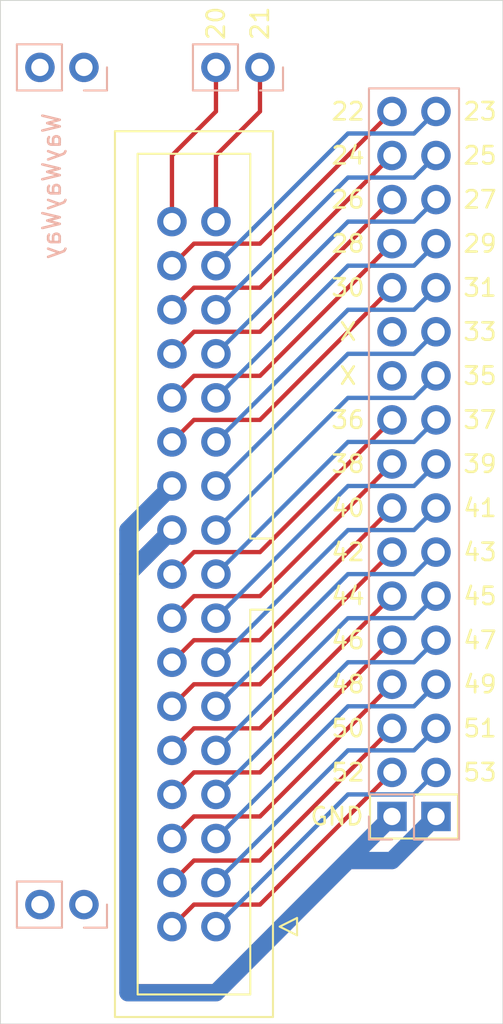
<source format=kicad_pcb>
(kicad_pcb (version 20221018) (generator pcbnew)
  (layers (0 "F.Cu" signal) (31 "B.Cu" signal) (34 "B.Paste" user) (35 "F.Paste" user) (36 "B.SilkS" user "B.Silkscreen") (37 "F.SilkS" user "F.Silkscreen") (38 "B.Mask" user) (39 "F.Mask" user) (44 "Edge.Cuts" user))
  (net 0 "")
  (net 1 "Net-(J1-Pin_1)")
  (net 2 "Net-(J1-Pin_2)")
  (net 3 "Net-(J1-Pin_3)")
  (net 4 "Net-(J1-Pin_4)")
  (net 5 "Net-(J1-Pin_5)")
  (net 6 "Net-(J1-Pin_6)")
  (net 7 "Net-(J1-Pin_7)")
  (net 8 "Net-(J1-Pin_8)")
  (net 9 "Net-(J1-Pin_9)")
  (net 10 "Net-(J1-Pin_10)")
  (net 11 "Net-(J1-Pin_11)")
  (net 12 "Net-(J1-Pin_12)")
  (net 13 "Net-(J1-Pin_13)")
  (net 14 "Net-(J1-Pin_15)")
  (net 15 "Net-(J1-Pin_17)")
  (net 16 "Net-(J1-Pin_18)")
  (net 17 "Net-(J1-Pin_19)")
  (net 18 "Net-(J1-Pin_20)")
  (net 19 "Net-(J1-Pin_21)")
  (net 20 "Net-(J1-Pin_16)")
  (net 21 "Net-(J1-Pin_23)")
  (net 22 "Net-(J1-Pin_24)")
  (net 23 "Net-(J1-Pin_25)")
  (net 24 "Net-(J1-Pin_26)")
  (net 25 "Net-(J1-Pin_27)")
  (net 26 "Net-(J1-Pin_28)")
  (net 27 "Net-(J1-Pin_29)")
  (net 28 "Net-(J1-Pin_30)")
  (net 29 "Net-(J1-Pin_31)")
  (net 30 "Net-(J1-Pin_32)")
  (net 31 "Net-(J1-Pin_33)")
  (net 32 "Net-(J1-Pin_34)")
  (net 39 "Net-(J1-Pin_14)")
  (footprint "MountingHole:MountingHole_3.2mm_M3" (layer "F.Cu") (at 224.79 22.86)
    (fp_text reference "MountingHole1" hide)
    (fp_text value "MountingHole_3.2mm_M3" hide)
    (pad "" np_thru_hole circle (at 0 0) (size 3.2 3.2) (drill 3.2) (layers "F&B.Cu" "*.Mask"))
  )
  (footprint "MountingHole:MountingHole_3.2mm_M3" (layer "F.Cu") (at 231.14 71.12)
    (fp_text reference "MountingHole2" hide)
    (fp_text value "MountingHole_3.2mm_M3" hide)
    (pad "" np_thru_hole circle (at 0 0) (size 3.2 3.2) (drill 3.2) (layers "*.Cu" "*.Mask"))
  )
  (footprint "Connector_IDC:IDC-Header_2x17_P2.54mm_Vertical" (layer "F.Cu") (at 218.44 72.39 180)
    (fp_text reference "J1" hide)
    (fp_text value "Conn_02x17_Odd_Even" hide)
    (fp_line (start -4.68 -0.5) (end -4.68 0.5) (stroke (width 0.12)) (layer "F.SilkS"))
    (fp_line (start -4.68 0.5) (end -3.68 0) (stroke (width 0.12)) (layer "F.SilkS"))
    (fp_line (start -3.68 0) (end -4.68 -0.5) (stroke (width 0.12)) (layer "F.SilkS"))
    (fp_line (start -3.29 -5.21) (end 5.83 -5.21) (stroke (width 0.12)) (layer "F.SilkS"))
    (fp_line (start -3.29 18.27) (end -1.98 18.27) (stroke (width 0.12)) (layer "F.SilkS"))
    (fp_line (start -3.29 45.85) (end -3.29 -5.21) (stroke (width 0.12)) (layer "F.SilkS"))
    (fp_line (start -1.98 -3.91) (end 4.52 -3.91) (stroke (width 0.12)) (layer "F.SilkS"))
    (fp_line (start -1.98 18.27) (end -1.98 -3.91) (stroke (width 0.12)) (layer "F.SilkS"))
    (fp_line (start -1.98 22.37) (end -3.29 22.37) (stroke (width 0.12)) (layer "F.SilkS"))
    (fp_line (start -1.98 22.37) (end -1.98 22.37) (stroke (width 0.12)) (layer "F.SilkS"))
    (fp_line (start -1.98 44.55) (end -1.98 22.37) (stroke (width 0.12)) (layer "F.SilkS"))
    (fp_line (start 4.52 -3.91) (end 4.52 44.55) (stroke (width 0.12)) (layer "F.SilkS"))
    (fp_line (start 4.52 44.55) (end -1.98 44.55) (stroke (width 0.12)) (layer "F.SilkS"))
    (fp_line (start 5.83 -5.21) (end 5.83 45.85) (stroke (width 0.12)) (layer "F.SilkS"))
    (fp_line (start 5.83 45.85) (end -3.29 45.85) (stroke (width 0.12)) (layer "F.SilkS"))
    (pad "1" thru_hole oval (at 0 0 180) (size 1.7 1.7) (drill 1) (layers "*.Cu" "*.Mask") (net 1 "Net-(J1-Pin_1)"))
    (pad "2" thru_hole circle (at 2.54 0 180) (size 1.7 1.7) (drill 1) (layers "*.Cu" "*.Mask") (net 2 "Net-(J1-Pin_2)"))
    (pad "3" thru_hole circle (at 0 2.54 180) (size 1.7 1.7) (drill 1) (layers "*.Cu" "*.Mask") (net 3 "Net-(J1-Pin_3)"))
    (pad "4" thru_hole circle (at 2.54 2.54 180) (size 1.7 1.7) (drill 1) (layers "*.Cu" "*.Mask") (net 4 "Net-(J1-Pin_4)"))
    (pad "5" thru_hole circle (at 0 5.08 180) (size 1.7 1.7) (drill 1) (layers "*.Cu" "*.Mask") (net 5 "Net-(J1-Pin_5)"))
    (pad "6" thru_hole circle (at 2.54 5.08 180) (size 1.7 1.7) (drill 1) (layers "*.Cu" "*.Mask") (net 6 "Net-(J1-Pin_6)"))
    (pad "7" thru_hole circle (at 0 7.62 180) (size 1.7 1.7) (drill 1) (layers "*.Cu" "*.Mask") (net 7 "Net-(J1-Pin_7)"))
    (pad "8" thru_hole circle (at 2.54 7.62 180) (size 1.7 1.7) (drill 1) (layers "*.Cu" "*.Mask") (net 8 "Net-(J1-Pin_8)"))
    (pad "9" thru_hole circle (at 0 10.16 180) (size 1.7 1.7) (drill 1) (layers "*.Cu" "*.Mask") (net 9 "Net-(J1-Pin_9)"))
    (pad "10" thru_hole circle (at 2.54 10.16 180) (size 1.7 1.7) (drill 1) (layers "*.Cu" "*.Mask") (net 10 "Net-(J1-Pin_10)"))
    (pad "11" thru_hole circle (at 0 12.7 180) (size 1.7 1.7) (drill 1) (layers "*.Cu" "*.Mask") (net 11 "Net-(J1-Pin_11)"))
    (pad "12" thru_hole circle (at 2.54 12.7 180) (size 1.7 1.7) (drill 1) (layers "*.Cu" "*.Mask") (net 12 "Net-(J1-Pin_12)"))
    (pad "13" thru_hole circle (at 0 15.24 180) (size 1.7 1.7) (drill 1) (layers "*.Cu" "*.Mask") (net 13 "Net-(J1-Pin_13)"))
    (pad "14" thru_hole circle (at 2.54 15.24 180) (size 1.7 1.7) (drill 1) (layers "*.Cu" "*.Mask") (net 39 "Net-(J1-Pin_14)"))
    (pad "15" thru_hole circle (at 0 17.78 180) (size 1.7 1.7) (drill 1) (layers "*.Cu" "*.Mask") (net 14 "Net-(J1-Pin_15)"))
    (pad "16" thru_hole circle (at 2.54 17.78 180) (size 1.7 1.7) (drill 1) (layers "*.Cu" "*.Mask") (net 20 "Net-(J1-Pin_16)"))
    (pad "17" thru_hole circle (at 0 20.32 180) (size 1.7 1.7) (drill 1) (layers "*.Cu" "*.Mask") (net 15 "Net-(J1-Pin_17)"))
    (pad "18" thru_hole circle (at 2.54 20.32 180) (size 1.7 1.7) (drill 1) (layers "*.Cu" "*.Mask") (net 16 "Net-(J1-Pin_18)"))
    (pad "19" thru_hole circle (at 0 22.86 180) (size 1.7 1.7) (drill 1) (layers "*.Cu" "*.Mask") (net 17 "Net-(J1-Pin_19)"))
    (pad "20" thru_hole circle (at 2.54 22.86 180) (size 1.7 1.7) (drill 1) (layers "*.Cu" "*.Mask") (net 18 "Net-(J1-Pin_20)"))
    (pad "21" thru_hole circle (at 0 25.4 180) (size 1.7 1.7) (drill 1) (layers "*.Cu" "*.Mask") (net 19 "Net-(J1-Pin_21)"))
    (pad "22" thru_hole circle (at 2.54 25.4 180) (size 1.7 1.7) (drill 1) (layers "*.Cu" "*.Mask") (net 18 "Net-(J1-Pin_20)"))
    (pad "23" thru_hole circle (at 0 27.94 180) (size 1.7 1.7) (drill 1) (layers "*.Cu" "*.Mask") (net 21 "Net-(J1-Pin_23)"))
    (pad "24" thru_hole circle (at 2.54 27.94 180) (size 1.7 1.7) (drill 1) (layers "*.Cu" "*.Mask") (net 22 "Net-(J1-Pin_24)"))
    (pad "25" thru_hole circle (at 0 30.48 180) (size 1.7 1.7) (drill 1) (layers "*.Cu" "*.Mask") (net 23 "Net-(J1-Pin_25)"))
    (pad "26" thru_hole circle (at 2.54 30.48 180) (size 1.7 1.7) (drill 1) (layers "*.Cu" "*.Mask") (net 24 "Net-(J1-Pin_26)"))
    (pad "27" thru_hole circle (at 0 33.02 180) (size 1.7 1.7) (drill 1) (layers "*.Cu" "*.Mask") (net 25 "Net-(J1-Pin_27)"))
    (pad "28" thru_hole circle (at 2.54 33.02 180) (size 1.7 1.7) (drill 1) (layers "*.Cu" "*.Mask") (net 26 "Net-(J1-Pin_28)"))
    (pad "29" thru_hole circle (at 0 35.56 180) (size 1.7 1.7) (drill 1) (layers "*.Cu" "*.Mask") (net 27 "Net-(J1-Pin_29)"))
    (pad "30" thru_hole circle (at 2.54 35.56 180) (size 1.7 1.7) (drill 1) (layers "*.Cu" "*.Mask") (net 28 "Net-(J1-Pin_30)"))
    (pad "31" thru_hole circle (at 0 38.1 180) (size 1.7 1.7) (drill 1) (layers "*.Cu" "*.Mask") (net 29 "Net-(J1-Pin_31)"))
    (pad "32" thru_hole circle (at 2.54 38.1 180) (size 1.7 1.7) (drill 1) (layers "*.Cu" "*.Mask") (net 30 "Net-(J1-Pin_32)"))
    (pad "33" thru_hole circle (at 0 40.64 180) (size 1.7 1.7) (drill 1) (layers "*.Cu" "*.Mask") (net 31 "Net-(J1-Pin_33)"))
    (pad "34" thru_hole circle (at 2.54 40.64 180) (size 1.7 1.7) (drill 1) (layers "*.Cu" "*.Mask") (net 32 "Net-(J1-Pin_34)"))
  )
  (footprint "Connector_PinHeader_2.54mm:PinHeader_1x02_P2.54mm_Vertical" (layer "B.Cu") (at 210.82 22.86 90)
    (fp_text reference "J4" hide)
    (fp_text value "Conn_01x02_Pin" hide)
    (fp_line (start -1.33 -3.87) (end 1.33 -3.87) (stroke (width 0.12)) (layer "B.SilkS"))
    (fp_line (start -1.33 -1.27) (end -1.33 -3.87) (stroke (width 0.12)) (layer "B.SilkS"))
    (fp_line (start -1.33 -1.27) (end 1.33 -1.27) (stroke (width 0.12)) (layer "B.SilkS"))
    (fp_line (start -1.33 0) (end -1.33 1.33) (stroke (width 0.12)) (layer "B.SilkS"))
    (fp_line (start -1.33 1.33) (end 0 1.33) (stroke (width 0.12)) (layer "B.SilkS"))
    (fp_line (start 1.33 -1.27) (end 1.33 -3.87) (stroke (width 0.12)) (layer "B.SilkS"))
    (pad "1" thru_hole circle (at 0 0 90) (size 1.7 1.7) (drill 1) (layers "*.Cu" "*.Mask"))
    (pad "2" thru_hole oval (at 0 -2.54 90) (size 1.7 1.7) (drill 1) (layers "*.Cu" "*.Mask"))
  )
  (footprint "Connector_PinHeader_2.54mm:PinHeader_1x02_P2.54mm_Vertical" (layer "B.Cu") (at 210.82 71.12 90)
    (fp_text reference "J5" hide)
    (fp_text value "Conn_01x02_Pin" hide)
    (fp_line (start -1.33 -3.87) (end 1.33 -3.87) (stroke (width 0.12)) (layer "B.SilkS"))
    (fp_line (start -1.33 -1.27) (end -1.33 -3.87) (stroke (width 0.12)) (layer "B.SilkS"))
    (fp_line (start -1.33 -1.27) (end 1.33 -1.27) (stroke (width 0.12)) (layer "B.SilkS"))
    (fp_line (start -1.33 0) (end -1.33 1.33) (stroke (width 0.12)) (layer "B.SilkS"))
    (fp_line (start -1.33 1.33) (end 0 1.33) (stroke (width 0.12)) (layer "B.SilkS"))
    (fp_line (start 1.33 -1.27) (end 1.33 -3.87) (stroke (width 0.12)) (layer "B.SilkS"))
    (pad "1" thru_hole circle (at 0 0 90) (size 1.7 1.7) (drill 1) (layers "*.Cu" "*.Mask"))
    (pad "2" thru_hole oval (at 0 -2.54 90) (size 1.7 1.7) (drill 1) (layers "*.Cu" "*.Mask"))
  )
  (footprint "Connector_PinHeader_2.54mm:PinHeader_1x02_P2.54mm_Vertical" (layer "B.Cu") (at 220.98 22.86 90)
    (fp_text reference "J3" hide)
    (fp_text value "Conn_01x02_Pin" hide)
    (fp_line (start -1.33 -3.87) (end 1.33 -3.87) (stroke (width 0.12)) (layer "B.SilkS"))
    (fp_line (start -1.33 -1.27) (end -1.33 -3.87) (stroke (width 0.12)) (layer "B.SilkS"))
    (fp_line (start -1.33 -1.27) (end 1.33 -1.27) (stroke (width 0.12)) (layer "B.SilkS"))
    (fp_line (start -1.33 0) (end -1.33 1.33) (stroke (width 0.12)) (layer "B.SilkS"))
    (fp_line (start -1.33 1.33) (end 0 1.33) (stroke (width 0.12)) (layer "B.SilkS"))
    (fp_line (start 1.33 -1.27) (end 1.33 -3.87) (stroke (width 0.12)) (layer "B.SilkS"))
    (pad "1" thru_hole circle (at 0 0 90) (size 1.7 1.7) (drill 1) (layers "*.Cu" "*.Mask") (net 31 "Net-(J1-Pin_33)"))
    (pad "2" thru_hole oval (at 0 -2.54 90) (size 1.7 1.7) (drill 1) (layers "*.Cu" "*.Mask") (net 32 "Net-(J1-Pin_34)"))
  )
  (footprint "Connector_PinHeader_2.54mm:PinHeader_2x17_P2.54mm_Vertical" (layer "B.Cu") (at 228.6 66.04)
    (fp_text reference "J2" hide)
    (fp_text value "Conn_02x17_Odd_Even" hide)
    (fp_line (start -1.33 -41.97) (end 3.87 -41.97) (stroke (width 0.12)) (layer "B.SilkS"))
    (fp_line (start -1.33 -1.27) (end -1.33 -41.97) (stroke (width 0.12)) (layer "B.SilkS"))
    (fp_line (start -1.33 -1.27) (end 1.27 -1.27) (stroke (width 0.12)) (layer "B.SilkS"))
    (fp_line (start -1.33 0) (end -1.33 1.33) (stroke (width 0.12)) (layer "B.SilkS"))
    (fp_line (start -1.33 1.33) (end 0 1.33) (stroke (width 0.12)) (layer "B.SilkS"))
    (fp_line (start 1.27 -1.27) (end 1.27 1.33) (stroke (width 0.12)) (layer "B.SilkS"))
    (fp_line (start 1.27 1.33) (end 3.87 1.33) (stroke (width 0.12)) (layer "B.SilkS"))
    (fp_line (start 3.87 1.33) (end 3.87 -41.97) (stroke (width 0.12)) (layer "B.SilkS"))
    (pad "1" thru_hole rect (at 2.54 0) (size 1.7 1.7) (drill 1) (layers "*.Cu" "*.Mask") (net 18 "Net-(J1-Pin_20)"))
    (pad "2" thru_hole rect (at 0 0) (size 1.7 1.7) (drill 1) (layers "*.Cu" "*.Mask") (net 18 "Net-(J1-Pin_20)"))
    (pad "3" thru_hole oval (at 2.54 -2.54) (size 1.7 1.7) (drill 1) (layers "*.Cu" "*.Mask") (net 1 "Net-(J1-Pin_1)"))
    (pad "4" thru_hole oval (at 0 -2.54) (size 1.7 1.7) (drill 1) (layers "*.Cu" "*.Mask") (net 2 "Net-(J1-Pin_2)"))
    (pad "5" thru_hole oval (at 2.54 -5.08) (size 1.7 1.7) (drill 1) (layers "*.Cu" "*.Mask") (net 3 "Net-(J1-Pin_3)"))
    (pad "6" thru_hole oval (at 0 -5.08) (size 1.7 1.7) (drill 1) (layers "*.Cu" "*.Mask") (net 4 "Net-(J1-Pin_4)"))
    (pad "7" thru_hole oval (at 2.54 -7.62) (size 1.7 1.7) (drill 1) (layers "*.Cu" "*.Mask") (net 5 "Net-(J1-Pin_5)"))
    (pad "8" thru_hole oval (at 0 -7.62) (size 1.7 1.7) (drill 1) (layers "*.Cu" "*.Mask") (net 6 "Net-(J1-Pin_6)"))
    (pad "9" thru_hole oval (at 2.54 -10.16) (size 1.7 1.7) (drill 1) (layers "*.Cu" "*.Mask") (net 7 "Net-(J1-Pin_7)"))
    (pad "10" thru_hole oval (at 0 -10.16) (size 1.7 1.7) (drill 1) (layers "*.Cu" "*.Mask") (net 8 "Net-(J1-Pin_8)"))
    (pad "11" thru_hole oval (at 2.54 -12.7) (size 1.7 1.7) (drill 1) (layers "*.Cu" "*.Mask") (net 9 "Net-(J1-Pin_9)"))
    (pad "12" thru_hole oval (at 0 -12.7) (size 1.7 1.7) (drill 1) (layers "*.Cu" "*.Mask") (net 10 "Net-(J1-Pin_10)"))
    (pad "13" thru_hole oval (at 2.54 -15.24) (size 1.7 1.7) (drill 1) (layers "*.Cu" "*.Mask") (net 11 "Net-(J1-Pin_11)"))
    (pad "14" thru_hole oval (at 0 -15.24) (size 1.7 1.7) (drill 1) (layers "*.Cu" "*.Mask") (net 12 "Net-(J1-Pin_12)"))
    (pad "15" thru_hole oval (at 2.54 -17.78) (size 1.7 1.7) (drill 1) (layers "*.Cu" "*.Mask") (net 13 "Net-(J1-Pin_13)"))
    (pad "16" thru_hole oval (at 0 -17.78) (size 1.7 1.7) (drill 1) (layers "*.Cu" "*.Mask") (net 39 "Net-(J1-Pin_14)"))
    (pad "17" thru_hole oval (at 2.54 -20.32) (size 1.7 1.7) (drill 1) (layers "*.Cu" "*.Mask") (net 14 "Net-(J1-Pin_15)"))
    (pad "18" thru_hole oval (at 0 -20.32) (size 1.7 1.7) (drill 1) (layers "*.Cu" "*.Mask") (net 20 "Net-(J1-Pin_16)"))
    (pad "19" thru_hole oval (at 2.54 -22.86) (size 1.7 1.7) (drill 1) (layers "*.Cu" "*.Mask") (net 15 "Net-(J1-Pin_17)"))
    (pad "20" thru_hole oval (at 0 -22.86) (size 1.7 1.7) (drill 1) (layers "*.Cu" "*.Mask") (net 16 "Net-(J1-Pin_18)"))
    (pad "21" thru_hole oval (at 2.54 -25.4) (size 1.7 1.7) (drill 1) (layers "*.Cu" "*.Mask") (net 17 "Net-(J1-Pin_19)"))
    (pad "22" thru_hole oval (at 0 -25.4) (size 1.7 1.7) (drill 1) (layers "*.Cu" "*.Mask"))
    (pad "23" thru_hole oval (at 2.54 -27.94) (size 1.7 1.7) (drill 1) (layers "*.Cu" "*.Mask") (net 19 "Net-(J1-Pin_21)"))
    (pad "24" thru_hole oval (at 0 -27.94) (size 1.7 1.7) (drill 1) (layers "*.Cu" "*.Mask"))
    (pad "25" thru_hole oval (at 2.54 -30.48) (size 1.7 1.7) (drill 1) (layers "*.Cu" "*.Mask") (net 21 "Net-(J1-Pin_23)"))
    (pad "26" thru_hole oval (at 0 -30.48) (size 1.7 1.7) (drill 1) (layers "*.Cu" "*.Mask") (net 22 "Net-(J1-Pin_24)"))
    (pad "27" thru_hole oval (at 2.54 -33.02) (size 1.7 1.7) (drill 1) (layers "*.Cu" "*.Mask") (net 23 "Net-(J1-Pin_25)"))
    (pad "28" thru_hole oval (at 0 -33.02) (size 1.7 1.7) (drill 1) (layers "*.Cu" "*.Mask") (net 24 "Net-(J1-Pin_26)"))
    (pad "29" thru_hole oval (at 2.54 -35.56) (size 1.7 1.7) (drill 1) (layers "*.Cu" "*.Mask") (net 25 "Net-(J1-Pin_27)"))
    (pad "30" thru_hole oval (at 0 -35.56) (size 1.7 1.7) (drill 1) (layers "*.Cu" "*.Mask") (net 26 "Net-(J1-Pin_28)"))
    (pad "31" thru_hole oval (at 2.54 -38.1) (size 1.7 1.7) (drill 1) (layers "*.Cu" "*.Mask") (net 27 "Net-(J1-Pin_29)"))
    (pad "32" thru_hole oval (at 0 -38.1) (size 1.7 1.7) (drill 1) (layers "*.Cu" "*.Mask") (net 28 "Net-(J1-Pin_30)"))
    (pad "33" thru_hole oval (at 2.54 -40.64) (size 1.7 1.7) (drill 1) (layers "*.Cu" "*.Mask") (net 29 "Net-(J1-Pin_31)"))
    (pad "34" thru_hole oval (at 0 -40.64) (size 1.7 1.7) (drill 1) (layers "*.Cu" "*.Mask") (net 30 "Net-(J1-Pin_32)"))
  )
  (gr_rect (start 227.33 64.77) (end 232.41 67.31) (stroke (width 0.12)) (fill none) (layer "F.SilkS"))
  (gr_rect (start 206 19) (end 235 78) (stroke (width 0.05)) (fill none) (layer "Edge.Cuts"))
  (gr_text "WayWayWay" (at 209.55 25.4 90) (layer "B.SilkS") (effects (font (size 1 1)) (justify left bottom mirror)))
  (gr_text "31" (at 233.68 35.56) (layer "F.SilkS") (effects (font (size 1 1))))
  (gr_text "38" (at 226.06 45.72) (layer "F.SilkS") (effects (font (size 1 1))))
  (gr_text "48" (at 226.06 58.42) (layer "F.SilkS") (effects (font (size 1 1))))
  (gr_text "45" (at 233.68 53.34) (layer "F.SilkS") (effects (font (size 1 1))))
  (gr_text "50" (at 226.06 60.96) (layer "F.SilkS") (effects (font (size 1 1))))
  (gr_text "42" (at 226.06 50.8) (layer "F.SilkS") (effects (font (size 1 1))))
  (gr_text "49" (at 233.68 58.42) (layer "F.SilkS") (effects (font (size 1 1))))
  (gr_text "36" (at 226.06 43.18) (layer "F.SilkS") (effects (font (size 1 1))))
  (gr_text "24" (at 226.06 27.94) (layer "F.SilkS") (effects (font (size 1 1))))
  (gr_text "X" (at 226.06 38.1) (layer "F.SilkS") (effects (font (size 1 1))))
  (gr_text "20" (at 218.44 20.32 90) (layer "F.SilkS") (effects (font (size 1 1))))
  (gr_text "51" (at 233.68 60.96) (layer "F.SilkS") (effects (font (size 1 1))))
  (gr_text "29" (at 233.68 33.02) (layer "F.SilkS") (effects (font (size 1 1))))
  (gr_text "52" (at 226.06 63.5) (layer "F.SilkS") (effects (font (size 1 1))))
  (gr_text "23" (at 233.68 25.4) (layer "F.SilkS") (effects (font (size 1 1))))
  (gr_text "X" (at 226.06 40.64) (layer "F.SilkS") (effects (font (size 1 1))))
  (gr_text "33" (at 233.68 38.1) (layer "F.SilkS") (effects (font (size 1 1))))
  (gr_text "39" (at 233.68 45.72) (layer "F.SilkS") (effects (font (size 1 1))))
  (gr_text "37" (at 233.68 43.18) (layer "F.SilkS") (effects (font (size 1 1))))
  (gr_text "30" (at 226.06 35.56) (layer "F.SilkS") (effects (font (size 1 1))))
  (gr_text "53" (at 233.68 63.5) (layer "F.SilkS") (effects (font (size 1 1))))
  (gr_text "25" (at 233.68 27.94) (layer "F.SilkS") (effects (font (size 1 1))))
  (gr_text "GND" (at 225.425 66.04) (layer "F.SilkS") (effects (font (size 1 1))))
  (gr_text "43" (at 233.68 50.8) (layer "F.SilkS") (effects (font (size 1 1))))
  (gr_text "41" (at 233.68 48.26) (layer "F.SilkS") (effects (font (size 1 1))))
  (gr_text "26" (at 226.06 30.48) (layer "F.SilkS") (effects (font (size 1 1))))
  (gr_text "27" (at 233.68 30.48) (layer "F.SilkS") (effects (font (size 1 1))))
  (gr_text "35" (at 233.68 40.64) (layer "F.SilkS") (effects (font (size 1 1))))
  (gr_text "28" (at 226.06 33.02) (layer "F.SilkS") (effects (font (size 1 1))))
  (gr_text "22" (at 226.06 25.4) (layer "F.SilkS") (effects (font (size 1 1))))
  (gr_text "47" (at 233.68 55.88) (layer "F.SilkS") (effects (font (size 1 1))))
  (gr_text "44" (at 226.06 53.34) (layer "F.SilkS") (effects (font (size 1 1))))
  (gr_text "46" (at 226.06 55.88) (layer "F.SilkS") (effects (font (size 1 1))))
  (gr_text "40" (at 226.06 48.26) (layer "F.SilkS") (effects (font (size 1 1))))
  (gr_text "21" (at 220.98 20.32 90) (layer "F.SilkS") (effects (font (size 1 1))))
  (segment (start 231.14 63.5) (end 229.87 64.77) (width 0.25) (layer "B.Cu") (net 1))
  (segment (start 226.06 64.77) (end 218.44 72.39) (width 0.25) (layer "B.Cu") (net 1))
  (segment (start 229.87 64.77) (end 226.06 64.77) (width 0.25) (layer "B.Cu") (net 1))
  (segment (start 215.9 72.39) (end 217.17 71.12) (width 0.25) (layer "F.Cu") (net 2))
  (segment (start 220.98 71.12) (end 228.6 63.5) (width 0.25) (layer "F.Cu") (net 2))
  (segment (start 217.17 71.12) (end 220.98 71.12) (width 0.25) (layer "F.Cu") (net 2))
  (segment (start 231.14 60.96) (end 229.87 62.23) (width 0.25) (layer "B.Cu") (net 3))
  (segment (start 226.06 62.23) (end 218.44 69.85) (width 0.25) (layer "B.Cu") (net 3))
  (segment (start 229.87 62.23) (end 226.06 62.23) (width 0.25) (layer "B.Cu") (net 3))
  (segment (start 220.98 68.58) (end 228.6 60.96) (width 0.25) (layer "F.Cu") (net 4))
  (segment (start 217.17 68.58) (end 220.98 68.58) (width 0.25) (layer "F.Cu") (net 4))
  (segment (start 215.9 69.85) (end 217.17 68.58) (width 0.25) (layer "F.Cu") (net 4))
  (segment (start 226.06 59.69) (end 218.44 67.31) (width 0.25) (layer "B.Cu") (net 5))
  (segment (start 229.87 59.69) (end 226.06 59.69) (width 0.25) (layer "B.Cu") (net 5))
  (segment (start 231.14 58.42) (end 229.87 59.69) (width 0.25) (layer "B.Cu") (net 5))
  (segment (start 217.17 66.04) (end 220.98 66.04) (width 0.25) (layer "F.Cu") (net 6))
  (segment (start 215.9 67.31) (end 217.17 66.04) (width 0.25) (layer "F.Cu") (net 6))
  (segment (start 220.98 66.04) (end 228.6 58.42) (width 0.25) (layer "F.Cu") (net 6))
  (segment (start 226.06 57.15) (end 218.44 64.77) (width 0.25) (layer "B.Cu") (net 7))
  (segment (start 231.14 55.88) (end 229.87 57.15) (width 0.25) (layer "B.Cu") (net 7))
  (segment (start 229.87 57.15) (end 226.06 57.15) (width 0.25) (layer "B.Cu") (net 7))
  (segment (start 217.17 63.5) (end 220.98 63.5) (width 0.25) (layer "F.Cu") (net 8))
  (segment (start 220.98 63.5) (end 228.6 55.88) (width 0.25) (layer "F.Cu") (net 8))
  (segment (start 215.9 64.77) (end 217.17 63.5) (width 0.25) (layer "F.Cu") (net 8))
  (segment (start 231.14 53.34) (end 229.87 54.61) (width 0.25) (layer "B.Cu") (net 9))
  (segment (start 229.87 54.61) (end 226.06 54.61) (width 0.25) (layer "B.Cu") (net 9))
  (segment (start 226.06 54.61) (end 218.44 62.23) (width 0.25) (layer "B.Cu") (net 9))
  (segment (start 217.17 60.96) (end 220.98 60.96) (width 0.25) (layer "F.Cu") (net 10))
  (segment (start 220.98 60.96) (end 228.6 53.34) (width 0.25) (layer "F.Cu") (net 10))
  (segment (start 215.9 62.23) (end 217.17 60.96) (width 0.25) (layer "F.Cu") (net 10))
  (segment (start 231.14 50.8) (end 229.87 52.07) (width 0.25) (layer "B.Cu") (net 11))
  (segment (start 229.87 52.07) (end 226.06 52.07) (width 0.25) (layer "B.Cu") (net 11))
  (segment (start 226.06 52.07) (end 218.44 59.69) (width 0.25) (layer "B.Cu") (net 11))
  (segment (start 215.9 59.69) (end 217.17 58.42) (width 0.25) (layer "F.Cu") (net 12))
  (segment (start 217.17 58.42) (end 220.98 58.42) (width 0.25) (layer "F.Cu") (net 12))
  (segment (start 220.98 58.42) (end 228.6 50.8) (width 0.25) (layer "F.Cu") (net 12))
  (segment (start 226.06 49.53) (end 218.44 57.15) (width 0.25) (layer "B.Cu") (net 13))
  (segment (start 231.14 48.26) (end 229.87 49.53) (width 0.25) (layer "B.Cu") (net 13))
  (segment (start 229.87 49.53) (end 226.06 49.53) (width 0.25) (layer "B.Cu") (net 13))
  (segment (start 229.87 46.99) (end 226.06 46.99) (width 0.25) (layer "B.Cu") (net 14))
  (segment (start 231.14 45.72) (end 229.87 46.99) (width 0.25) (layer "B.Cu") (net 14))
  (segment (start 226.06 46.99) (end 218.44 54.61) (width 0.25) (layer "B.Cu") (net 14))
  (segment (start 231.14 43.18) (end 229.87 44.45) (width 0.25) (layer "B.Cu") (net 15))
  (segment (start 229.87 44.45) (end 226.06 44.45) (width 0.25) (layer "B.Cu") (net 15))
  (segment (start 226.06 44.45) (end 218.44 52.07) (width 0.25) (layer "B.Cu") (net 15))
  (segment (start 220.98 50.8) (end 228.6 43.18) (width 0.25) (layer "F.Cu") (net 16))
  (segment (start 215.9 52.07) (end 217.17 50.8) (width 0.25) (layer "F.Cu") (net 16))
  (segment (start 217.17 50.8) (end 220.98 50.8) (width 0.25) (layer "F.Cu") (net 16))
  (segment (start 231.14 40.64) (end 229.87 41.91) (width 0.25) (layer "B.Cu") (net 17))
  (segment (start 226.06 41.91) (end 218.44 49.53) (width 0.25) (layer "B.Cu") (net 17))
  (segment (start 229.87 41.91) (end 226.06 41.91) (width 0.25) (layer "B.Cu") (net 17))
  (segment (start 226.06 68.58) (end 218.44 76.2) (width 1) (layer "F.Cu") (net 18))
  (segment (start 213.36 52.07) (end 213.36 49.53) (width 1) (layer "F.Cu") (net 18))
  (segment (start 218.44 76.2) (end 213.36 76.2) (width 1) (layer "F.Cu") (net 18))
  (segment (start 213.36 49.53) (end 215.9 46.99) (width 1) (layer "F.Cu") (net 18))
  (segment (start 213.36 52.07) (end 215.9 49.53) (width 1) (layer "F.Cu") (net 18))
  (segment (start 226.06 68.58) (end 228.6 68.58) (width 1) (layer "F.Cu") (net 18))
  (segment (start 213.36 76.2) (end 213.36 52.07) (width 1) (layer "F.Cu") (net 18))
  (segment (start 228.6 66.04) (end 226.06 68.58) (width 1) (layer "F.Cu") (net 18))
  (segment (start 228.6 68.58) (end 231.14 66.04) (width 1) (layer "F.Cu") (net 18))
  (segment (start 228.6 68.58) (end 226.06 68.58) (width 1) (layer "B.Cu") (net 18))
  (segment (start 213.36 52.07) (end 215.9 49.53) (width 1) (layer "B.Cu") (net 18))
  (segment (start 231.14 66.04) (end 228.6 68.58) (width 1) (layer "B.Cu") (net 18))
  (segment (start 226.06 68.58) (end 218.44 76.2) (width 1) (layer "B.Cu") (net 18))
  (segment (start 228.6 66.04) (end 226.06 68.58) (width 1) (layer "B.Cu") (net 18))
  (segment (start 213.36 49.53) (end 215.9 46.99) (width 1) (layer "B.Cu") (net 18))
  (segment (start 213.36 52.07) (end 213.36 49.53) (width 1) (layer "B.Cu") (net 18))
  (segment (start 218.44 76.2) (end 213.36 76.2) (width 1) (layer "B.Cu") (net 18))
  (segment (start 213.36 76.2) (end 213.36 52.07) (width 1) (layer "B.Cu") (net 18))
  (segment (start 231.14 38.1) (end 229.87 39.37) (width 0.25) (layer "B.Cu") (net 19))
  (segment (start 229.87 39.37) (end 226.06 39.37) (width 0.25) (layer "B.Cu") (net 19))
  (segment (start 226.06 39.37) (end 218.44 46.99) (width 0.25) (layer "B.Cu") (net 19))
  (segment (start 220.98 53.34) (end 228.6 45.72) (width 0.25) (layer "F.Cu") (net 20))
  (segment (start 217.17 53.34) (end 220.98 53.34) (width 0.25) (layer "F.Cu") (net 20))
  (segment (start 215.9 54.61) (end 217.17 53.34) (width 0.25) (layer "F.Cu") (net 20))
  (segment (start 226.06 36.83) (end 218.44 44.45) (width 0.25) (layer "B.Cu") (net 21))
  (segment (start 229.87 36.83) (end 226.06 36.83) (width 0.25) (layer "B.Cu") (net 21))
  (segment (start 231.14 35.56) (end 229.87 36.83) (width 0.25) (layer "B.Cu") (net 21))
  (segment (start 220.98 43.18) (end 228.6 35.56) (width 0.25) (layer "F.Cu") (net 22))
  (segment (start 217.17 43.18) (end 220.98 43.18) (width 0.25) (layer "F.Cu") (net 22))
  (segment (start 215.9 44.45) (end 217.17 43.18) (width 0.25) (layer "F.Cu") (net 22))
  (segment (start 226.06 34.29) (end 218.44 41.91) (width 0.25) (layer "B.Cu") (net 23))
  (segment (start 229.87 34.29) (end 226.06 34.29) (width 0.25) (layer "B.Cu") (net 23))
  (segment (start 231.14 33.02) (end 229.87 34.29) (width 0.25) (layer "B.Cu") (net 23))
  (segment (start 215.9 41.91) (end 217.17 40.64) (width 0.25) (layer "F.Cu") (net 24))
  (segment (start 220.98 40.64) (end 228.6 33.02) (width 0.25) (layer "F.Cu") (net 24))
  (segment (start 217.17 40.64) (end 220.98 40.64) (width 0.25) (layer "F.Cu") (net 24))
  (segment (start 226.06 31.75) (end 218.44 39.37) (width 0.25) (layer "B.Cu") (net 25))
  (segment (start 229.87 31.75) (end 226.06 31.75) (width 0.25) (layer "B.Cu") (net 25))
  (segment (start 231.14 30.48) (end 229.87 31.75) (width 0.25) (layer "B.Cu") (net 25))
  (segment (start 215.9 39.37) (end 217.17 38.1) (width 0.25) (layer "F.Cu") (net 26))
  (segment (start 217.17 38.1) (end 220.98 38.1) (width 0.25) (layer "F.Cu") (net 26))
  (segment (start 220.98 38.1) (end 228.6 30.48) (width 0.25) (layer "F.Cu") (net 26))
  (segment (start 229.87 29.21) (end 226.06 29.21) (width 0.25) (layer "B.Cu") (net 27))
  (segment (start 231.14 27.94) (end 229.87 29.21) (width 0.25) (layer "B.Cu") (net 27))
  (segment (start 226.06 29.21) (end 218.44 36.83) (width 0.25) (layer "B.Cu") (net 27))
  (segment (start 220.98 35.56) (end 228.6 27.94) (width 0.25) (layer "F.Cu") (net 28))
  (segment (start 215.9 36.83) (end 217.17 35.56) (width 0.25) (layer "F.Cu") (net 28))
  (segment (start 217.17 35.56) (end 220.98 35.56) (width 0.25) (layer "F.Cu") (net 28))
  (segment (start 226.06 26.67) (end 218.44 34.29) (width 0.25) (layer "B.Cu") (net 29))
  (segment (start 231.14 25.4) (end 229.87 26.67) (width 0.25) (layer "B.Cu") (net 29))
  (segment (start 229.87 26.67) (end 226.06 26.67) (width 0.25) (layer "B.Cu") (net 29))
  (segment (start 215.9 34.29) (end 217.17 33.02) (width 0.25) (layer "F.Cu") (net 30))
  (segment (start 220.98 33.02) (end 228.6 25.4) (width 0.25) (layer "F.Cu") (net 30))
  (segment (start 217.17 33.02) (end 220.98 33.02) (width 0.25) (layer "F.Cu") (net 30))
  (segment (start 220.98 25.4) (end 220.98 22.86) (width 0.25) (layer "F.Cu") (net 31))
  (segment (start 218.44 27.94) (end 220.98 25.4) (width 0.25) (layer "F.Cu") (net 31))
  (segment (start 218.44 31.75) (end 218.44 27.94) (width 0.25) (layer "F.Cu") (net 31))
  (segment (start 215.9 27.94) (end 215.9 31.75) (width 0.25) (layer "F.Cu") (net 32))
  (segment (start 218.44 22.86) (end 218.44 25.4) (width 0.25) (layer "F.Cu") (net 32))
  (segment (start 218.44 25.4) (end 215.9 27.94) (width 0.25) (layer "F.Cu") (net 32))
  (segment (start 217.17 55.88) (end 220.98 55.88) (width 0.25) (layer "F.Cu") (net 39))
  (segment (start 220.98 55.88) (end 228.6 48.26) (width 0.25) (layer "F.Cu") (net 39))
  (segment (start 215.9 57.15) (end 217.17 55.88) (width 0.25) (layer "F.Cu") (net 39))
)
</source>
